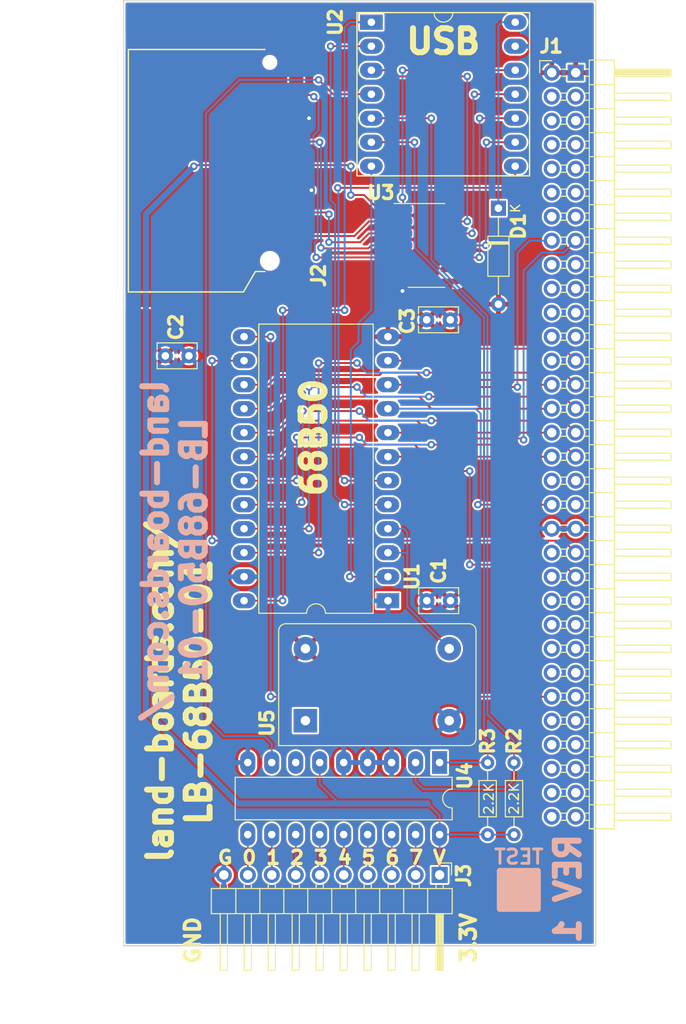
<source format=kicad_pcb>
(kicad_pcb (version 20221018) (generator pcbnew)
  (title_block (title "LB-65C816-01") (date "2022-09-09") (rev "1") (company "land-boards.com"))
  (layers (0 "F.Cu" signal) (31 "B.Cu" signal) (34 "B.Paste" user) (35 "F.Paste" user) (36 "B.SilkS" user "B.Silkscreen") (37 "F.SilkS" user "F.Silkscreen") (38 "B.Mask" user) (39 "F.Mask" user) (44 "Edge.Cuts" user))
  (net 0 "")
  (net 1 "GND")
  (net 2 "/CPUA11")
  (net 3 "/CPUA12")
  (net 4 "/CPUA13")
  (net 5 "/CPUA14")
  (net 6 "/CPUA15")
  (net 7 "/CPUD4")
  (net 8 "/CPUD3")
  (net 9 "/CPUD5")
  (net 10 "/CPUD6")
  (net 11 "/CPUA0")
  (net 12 "/CPUA1")
  (net 13 "/CPUD2")
  (net 14 "/CPUA2")
  (net 15 "/CPUD7")
  (net 16 "/CPUA3")
  (net 17 "/CPUD0")
  (net 18 "/CPUA4")
  (net 19 "/CPUD1")
  (net 20 "/CPUA5")
  (net 21 "/CPUA6")
  (net 22 "/CPUA7")
  (net 23 "/CPUA8")
  (net 24 "/CPUA9")
  (net 25 "/CPUA10")
  (net 26 "/CPUA18")
  (net 27 "/CPUA16")
  (net 28 "/CPUA17")
  (net 29 "/CPUCLK")
  (net 30 "/CPUA22")
  (net 31 "/CPUA23")
  (net 32 "/CPUA20")
  (net 33 "/CPUA21")
  (net 34 "/CPUA19")
  (net 35 "VCC")
  (net 36 "/~{IORQ}")
  (net 37 "/~{CPURESB}")
  (net 38 "/VPA")
  (net 39 "/~{IRQB}")
  (net 50 "/VPB")
  (net 51 "/~{NMIB}")
  (net 52 "/~{ABORT}")
  (net 53 "/VDA")
  (net 54 "/RDY")
  (net 55 "/CPUE")
  (net 56 "/RWB")
  (net 57 "/MLB")
  (net 58 "Net-(U2-Pad14)")
  (net 59 "/~{RAMCS}")
  (net 60 "/~{MEMRD}")
  (net 61 "/~{ROMCS}")
  (net 62 "/CPUMX")
  (net 65 "Net-(J2-Pad2)")
  (net 66 "Net-(J2-Pad1)")
  (net 67 "+3V3")
  (net 68 "Net-(J2-Pad5)")
  (net 69 "Net-(J2-Pad7)")
  (net 76 "/UART_TX")
  (net 77 "/UART_RTS")
  (net 78 "/UART_CTS")
  (net 79 "/QT_SS")
  (net 80 "/QT_SCK")
  (net 81 "/QT_MISO")
  (net 82 "/QT_MOSI")
  (net 83 "/~{IOCS}")
  (net 84 "/UART_RX")
  (net 85 "Net-(U1-Pad3)")
  (net 86 "/SDA")
  (net 87 "/SCL")
  (net 88 "/INT")
  (net 89 "/IO7")
  (net 90 "/IO6")
  (net 91 "/IO5")
  (net 92 "/IO4")
  (net 93 "/IO3")
  (net 94 "/IO2")
  (net 95 "/IO1")
  (net 96 "/IO0")
  (footprint "LandBoards_Conns:PinHeader_2x32_P2.54mm_Horizontal-FLIPPED" (layer "F.Cu") (at 177.35 54.615)
    (fp_text reference "J1")
    (fp_text value "Conn_02x32_Odd_Even")
  )
  (footprint "Package_DIP:DIP-24_W15.24mm_LongPads" (layer "F.Cu") (at 160 110.495 180)
    (fp_text reference "U1")
    (fp_text value "MC68B50_FIXED")
  )
  (footprint "LandBoards_Conns:SD_CARD" (layer "F.Cu") (at 147.4875 59.404 -90)
    (fp_text reference "J2")
    (fp_text value "SD_Card-Connector" hide)
  )
  (footprint "Package_DIP:DIP-18_W7.62mm_LongPads" (layer "F.Cu") (at 165.471 127.62 -90)
    (fp_text reference "U4")
    (fp_text value "MCP23008P")
  )
  (footprint "LandBoards_Marking:TEST_BLK-REAR" (layer "F.Cu") (at 173.863 141.097)
    (fp_text reference "TEST")
    (fp_text value "COUPON" hide)
  )
  (footprint "LandBoards_BoardOutlines:QT_Py" (layer "F.Cu") (at 158.242 49.276)
    (fp_text reference "U2")
    (fp_text value "QT_Py")
  )
  (footprint "Capacitor_THT:C_Rect_L4.0mm_W2.5mm_P2.50mm" (layer "F.Cu") (at 164.124 110.49)
    (fp_text reference "C1")
    (fp_text value "0.1uF")
  )
  (footprint "Package_SO:SOIC-14_3.9x8.7mm_P1.27mm" (layer "F.Cu") (at 164.084 72.898)
    (fp_text reference "U3")
    (fp_text value "TXS0104")
  )
  (footprint "Capacitor_THT:C_Rect_L4.0mm_W2.5mm_P2.50mm" (layer "F.Cu") (at 138.918 84.582 180)
    (fp_text reference "C2")
    (fp_text value "0.1uF")
  )
  (footprint "Diode_THT:D_DO-35_SOD27_P10.16mm_Horizontal" (layer "F.Cu") (at 171.704 68.961 -90)
    (fp_text reference "D1")
    (fp_text value "D_Schottky")
  )
  (footprint "Resistor_THT:R_Axial_DIN0204_L3.6mm_D1.6mm_P7.62mm_Horizontal" (layer "F.Cu") (at 170.561 135.255 90)
    (fp_text reference "R3")
    (fp_text value "2.2K")
  )
  (footprint "Connector_PinHeader_2.54mm:PinHeader_1x10_P2.54mm_Horizontal" (layer "F.Cu") (at 165.476 139.516 -90)
    (fp_text reference "J3")
    (fp_text value "Conn_01x10")
  )
  (footprint "Oscillator:Oscillator_DIP-14_LargePads" (layer "F.Cu") (at 151.257 123.19)
    (fp_text reference "U5")
    (fp_text value "OSC")
  )
  (footprint "Resistor_THT:R_Axial_DIN0204_L3.6mm_D1.6mm_P7.62mm_Horizontal" (layer "F.Cu") (at 173.355 135.255 90)
    (fp_text reference "R2")
    (fp_text value "2.2K")
  )
  (footprint "Capacitor_THT:C_Rect_L4.0mm_W2.5mm_P2.50mm" (layer "F.Cu") (at 166.604 80.772 180)
    (fp_text reference "C3")
    (fp_text value "0.1uF")
  )
  (gr_rect (start 132 47) (end 182 147) (stroke (width 0.15)) (fill none) (layer "Edge.Cuts"))
  (gr_text "land-boards.com/\nLB-68B50-01" (at 137.414 105.156 90) (layer "B.SilkS") (effects (font (size 2.54 2.54) (thickness 0.635)) (justify mirror)))
  (gr_text "REV 1" (at 179.07 140.97 90) (layer "B.SilkS") (effects (font (size 2.54 2.54) (thickness 0.635)) (justify mirror)))
  (gr_text "G 0 1 2 3 4 5 6 7 V" (at 154.051 137.668) (layer "F.SilkS") (effects (font (size 1.397 1.4732) (thickness 0.34925))))
  (gr_text "3.3V" (at 168.529 146.177 90) (layer "F.SilkS") (effects (font (size 1.5875 1.5875) (thickness 0.396875))))
  (gr_text "GND" (at 139.319 146.431 90) (layer "F.SilkS") (effects (font (size 1.5875 1.5875) (thickness 0.396875))))
  (gr_text "68B50" (at 152.146 93.218 90) (layer "F.SilkS") (effects (font (size 2.54 2.54) (thickness 0.635))))
  (gr_text "land-boards.com/\nLB-68B50-01" (at 137.922 120.142 90) (layer "F.SilkS") (effects (font (size 2.54 2.54) (thickness 0.635))))
  (gr_text "USB" (at 165.862 51.308) (layer "F.SilkS") (effects (font (size 2.54 2.54) (thickness 0.635))))
  (segment (start 161.609 76.708) (end 161.609 77.659) (width 0.2032) (layer "F.Cu") (net 1))
  (segment (start 151.74 66.904) (end 151.892 67.056) (width 0.2032) (layer "F.Cu") (net 1))
  (segment (start 151.606 59.404) (end 151.638 59.436) (width 0.2032) (layer "F.Cu") (net 1))
  (segment (start 161.609 77.659) (end 161.544 77.724) (width 0.2032) (layer "F.Cu") (net 1))
  (segment (start 150.2875 59.404) (end 151.606 59.404) (width 0.2032) (layer "F.Cu") (net 1))
  (segment (start 150.2875 66.904) (end 151.74 66.904) (width 0.2032) (layer "F.Cu") (net 1))
  (via (at 151.638 59.436) (size 0.8) (drill 0.4) (layers "F.Cu" "B.Cu") (net 1))
  (via (at 161.544 77.724) (size 0.8) (drill 0.4) (layers "F.Cu" "B.Cu") (net 1))
  (via (at 151.892 67.056) (size 0.8) (drill 0.4) (layers "F.Cu" "B.Cu") (net 1))
  (segment (start 163.449 87.884) (end 173.7175 87.884) (width 0.2032) (layer "F.Cu") (net 2))
  (segment (start 160 87.635) (end 163.2 87.635) (width 0.2032) (layer "F.Cu") (net 2))
  (segment (start 163.2 87.635) (end 163.449 87.884) (width 0.2032) (layer "F.Cu") (net 2))
  (via (at 173.7175 87.884) (size 0.8) (drill 0.4) (layers "F.Cu" "B.Cu") (net 2))
  (segment (start 175.001 72.395) (end 177.35 72.395) (width 0.2032) (layer "B.Cu") (net 2))
  (segment (start 173.7175 73.6785) (end 175.001 72.395) (width 0.2032) (layer "B.Cu") (net 2))
  (segment (start 173.7175 87.884) (end 173.7175 73.6785) (width 0.2032) (layer "B.Cu") (net 2))
  (segment (start 162.814 93.98) (end 149.86 93.98) (width 0.2032) (layer "F.Cu") (net 7))
  (segment (start 149.86 93.98) (end 148.585 95.255) (width 0.2032) (layer "F.Cu") (net 7))
  (segment (start 148.585 95.255) (end 144.76 95.255) (width 0.2032) (layer "F.Cu") (net 7))
  (segment (start 164.089 95.255) (end 162.814 93.98) (width 0.2032) (layer "F.Cu") (net 7))
  (segment (start 177.35 95.255) (end 164.089 95.255) (width 0.2032) (layer "F.Cu") (net 7))
  (segment (start 178.615 93.98) (end 176.276 93.98) (width 0.2032) (layer "F.Cu") (net 8))
  (segment (start 171.069 93.98) (end 164.592 93.98) (width 0.2032) (layer "F.Cu") (net 8))
  (segment (start 175.514 94.742) (end 171.831 94.742) (width 0.2032) (layer "F.Cu") (net 8))
  (segment (start 156.972 93.218) (end 150.331 93.218) (width 0.2032) (layer "F.Cu") (net 8))
  (segment (start 150.331 97.79) (end 150.326 97.795) (width 0.2032) (layer "F.Cu") (net 8))
  (segment (start 150.326 97.795) (end 144.76 97.795) (width 0.2032) (layer "F.Cu") (net 8))
  (segment (start 176.276 93.98) (end 175.514 94.742) (width 0.2032) (layer "F.Cu") (net 8))
  (segment (start 171.831 94.742) (end 171.069 93.98) (width 0.2032) (layer "F.Cu") (net 8))
  (segment (start 179.89 95.255) (end 178.615 93.98) (width 0.2032) (layer "F.Cu") (net 8))
  (via (at 150.331 93.218) (size 0.8) (drill 0.4) (layers "F.Cu" "B.Cu") (net 8))
  (via (at 156.972 93.218) (size 0.8) (drill 0.4) (layers "F.Cu" "B.Cu") (net 8))
  (via (at 150.331 97.79) (size 0.8) (drill 0.4) (layers "F.Cu" "B.Cu") (net 8))
  (via (at 164.592 93.98) (size 0.8) (drill 0.4) (layers "F.Cu" "B.Cu") (net 8))
  (segment (start 150.331 93.218) (end 150.331 97.79) (width 0.2032) (layer "B.Cu") (net 8))
  (segment (start 157.734 93.98) (end 156.972 93.218) (width 0.2032) (layer "B.Cu") (net 8))
  (segment (start 164.592 93.98) (end 157.734 93.98) (width 0.2032) (layer "B.Cu") (net 8))
  (segment (start 144.76 92.715) (end 148.077 92.715) (width 0.2032) (layer "F.Cu") (net 9))
  (segment (start 163.068 91.44) (end 164.343 92.715) (width 0.2032) (layer "F.Cu") (net 9))
  (segment (start 164.343 92.715) (end 177.35 92.715) (width 0.2032) (layer "F.Cu") (net 9))
  (segment (start 148.077 92.715) (end 149.352 91.44) (width 0.2032) (layer "F.Cu") (net 9))
  (segment (start 149.352 91.44) (end 163.068 91.44) (width 0.2032) (layer "F.Cu") (net 9))
  (segment (start 163.322 88.9) (end 148.844 88.9) (width 0.2032) (layer "F.Cu") (net 10))
  (segment (start 177.35 90.175) (end 164.597 90.175) (width 0.2032) (layer "F.Cu") (net 10))
  (segment (start 147.569 90.175) (end 144.76 90.175) (width 0.2032) (layer "F.Cu") (net 10))
  (segment (start 164.597 90.175) (end 163.322 88.9) (width 0.2032) (layer "F.Cu") (net 10))
  (segment (start 148.844 88.9) (end 147.569 90.175) (width 0.2032) (layer "F.Cu") (net 10))
  (segment (start 160 85.095) (end 162.809 85.095) (width 0.2032) (layer "F.Cu") (net 11))
  (segment (start 164.084 83.82) (end 178.615 83.82) (width 0.2032) (layer "F.Cu") (net 11))
  (segment (start 162.809 85.095) (end 164.084 83.82) (width 0.2032) (layer "F.Cu") (net 11))
  (segment (start 178.615 83.82) (end 179.89 85.095) (width 0.2032) (layer "F.Cu") (net 11))
  (segment (start 179.89 92.715) (end 178.615 91.44) (width 0.2032) (layer "F.Cu") (net 13))
  (segment (start 178.615 91.44) (end 164.592 91.44) (width 0.2032) (layer "F.Cu") (net 13))
  (segment (start 150.617 100.335) (end 144.76 100.335) (width 0.2032) (layer "F.Cu") (net 13))
  (segment (start 156.972 90.424) (end 150.9845 90.424) (width 0.2032) (layer "F.Cu") (net 13))
  (segment (start 150.876 100.076) (end 150.617 100.335) (width 0.2032) (layer "F.Cu") (net 13))
  (via (at 150.9845 90.424) (size 0.8) (drill 0.4) (layers "F.Cu" "B.Cu") (net 13))
  (via (at 156.972 90.424) (size 0.8) (drill 0.4) (layers "F.Cu" "B.Cu") (net 13))
  (via (at 150.876 100.076) (size 0.8) (drill 0.4) (layers "F.Cu" "B.Cu") (net 13))
  (via (at 164.592 91.44) (size 0.8) (drill 0.4) (layers "F.Cu" "B.Cu") (net 13))
  (segment (start 150.9845 99.9675) (end 150.876 100.076) (width 0.2032) (layer "B.Cu") (net 13))
  (segment (start 157.988 91.44) (end 156.972 90.424) (width 0.2032) (layer "B.Cu") (net 13))
  (segment (start 150.9845 90.424) (end 150.9845 99.9675) (width 0.2032) (layer "B.Cu") (net 13))
  (segment (start 164.592 91.44) (end 157.988 91.44) (width 0.2032) (layer "B.Cu") (net 13))
  (segment (start 159.385098 86.36) (end 159.131098 86.614) (width 0.2032) (layer "F.Cu") (net 15))
  (segment (start 163.068 86.36) (end 159.385098 86.36) (width 0.2032) (layer "F.Cu") (net 15))
  (segment (start 159.131098 86.614) (end 148.336 86.614) (width 0.2032) (layer "F.Cu") (net 15))
  (segment (start 148.336 86.614) (end 147.315 87.635) (width 0.2032) (layer "F.Cu") (net 15))
  (segment (start 177.35 87.635) (end 175.392 87.635) (width 0.2032) (layer "F.Cu") (net 15))
  (segment (start 147.315 87.635) (end 144.76 87.635) (width 0.2032) (layer "F.Cu") (net 15))
  (segment (start 174.879 87.122) (end 175.392 87.635) (width 0.2032) (layer "F.Cu") (net 15))
  (segment (start 163.83 87.122) (end 163.068 86.36) (width 0.2032) (layer "F.Cu") (net 15))
  (segment (start 163.83 87.122) (end 174.879 87.122) (width 0.2032) (layer "F.Cu") (net 15))
  (segment (start 178.615 86.36) (end 164.084 86.36) (width 0.2032) (layer "F.Cu") (net 17))
  (segment (start 144.76 105.415) (end 152.649 105.415) (width 0.2032) (layer "F.Cu") (net 17))
  (segment (start 179.89 87.635) (end 178.615 86.36) (width 0.2032) (layer "F.Cu") (net 17))
  (segment (start 156.718 85.344) (end 152.654 85.344) (width 0.2032) (layer "F.Cu") (net 17))
  (segment (start 152.649 105.415) (end 152.654 105.41) (width 0.2032) (layer "F.Cu") (net 17))
  (via (at 156.718 85.344) (size 0.8) (drill 0.4) (layers "F.Cu" "B.Cu") (net 17))
  (via (at 152.654 105.41) (size 0.8) (drill 0.4) (layers "F.Cu" "B.Cu") (net 17))
  (via (at 164.084 86.36) (size 0.8) (drill 0.4) (layers "F.Cu" "B.Cu") (net 17))
  (via (at 152.654 85.344) (size 0.8) (drill 0.4) (layers "F.Cu" "B.Cu") (net 17))
  (segment (start 157.734 86.36) (end 156.718 85.344) (width 0.2032) (layer "B.Cu") (net 17))
  (segment (start 152.654 85.344) (end 152.654 105.41) (width 0.2032) (layer "B.Cu") (net 17))
  (segment (start 164.084 86.36) (end 157.734 86.36) (width 0.2032) (layer "B.Cu") (net 17))
  (segment (start 179.89 90.175) (end 178.615 88.9) (width 0.2032) (layer "F.Cu") (net 19))
  (segment (start 178.615 88.9) (end 164.338 88.9) (width 0.2032) (layer "F.Cu") (net 19))
  (segment (start 151.633 102.875) (end 151.638 102.87) (width 0.2032) (layer "F.Cu") (net 19))
  (segment (start 144.76 102.875) (end 151.633 102.875) (width 0.2032) (layer "F.Cu") (net 19))
  (segment (start 156.718 87.884) (end 151.638 87.884) (width 0.2032) (layer "F.Cu") (net 19))
  (via (at 151.638 87.884) (size 0.8) (drill 0.4) (layers "F.Cu" "B.Cu") (net 19))
  (via (at 164.338 88.9) (size 0.8) (drill 0.4) (layers "F.Cu" "B.Cu") (net 19))
  (via (at 151.638 102.87) (size 0.8) (drill 0.4) (layers "F.Cu" "B.Cu") (net 19))
  (via (at 156.718 87.884) (size 0.8) (drill 0.4) (layers "F.Cu" "B.Cu") (net 19))
  (segment (start 157.734 88.9) (end 156.718 87.884) (width 0.2032) (layer "B.Cu") (net 19))
  (segment (start 151.638 87.884) (end 151.638 102.87) (width 0.2032) (layer "B.Cu") (net 19))
  (segment (start 164.338 88.9) (end 157.734 88.9) (width 0.2032) (layer "B.Cu") (net 19))
  (segment (start 163.430489 93.326489) (end 174.225489 93.326489) (width 0.2032) (layer "F.Cu") (net 25))
  (segment (start 162.819 92.715) (end 163.430489 93.326489) (width 0.2032) (layer "F.Cu") (net 25))
  (segment (start 174.225489 93.326489) (end 174.371 93.472) (width 0.2032) (layer "F.Cu") (net 25))
  (segment (start 160 92.715) (end 162.819 92.715) (width 0.2032) (layer "F.Cu") (net 25))
  (via (at 174.371 93.472) (size 0.8) (drill 0.4) (layers "F.Cu" "B.Cu") (net 25))
  (segment (start 174.371 75.565) (end 176.276 73.66) (width 0.2032) (layer "B.Cu") (net 25))
  (segment (start 178.625 73.66) (end 179.89 72.395) (width 0.2032) (layer "B.Cu") (net 25))
  (segment (start 176.276 73.66) (end 178.625 73.66) (width 0.2032) (layer "B.Cu") (net 25))
  (segment (start 174.371 93.472) (end 174.371 75.565) (width 0.2032) (layer "B.Cu") (net 25))
  (segment (start 141.3745 85.095) (end 144.76 85.095) (width 0.2032) (layer "F.Cu") (net 29))
  (segment (start 178.615 104.14) (end 179.89 105.415) (width 0.2032) (layer "F.Cu") (net 29))
  (segment (start 178.615 104.14) (end 141.3695 104.14) (width 0.2032) (layer "F.Cu") (net 29))
  (segment (start 141.3695 85.09) (end 141.3745 85.095) (width 0.2032) (layer "F.Cu") (net 29))
  (via (at 141.3695 104.14) (size 0.8) (drill 0.4) (layers "F.Cu" "B.Cu") (net 29))
  (via (at 141.3695 85.09) (size 0.8) (drill 0.4) (layers "F.Cu" "B.Cu") (net 29))
  (segment (start 141.3695 104.14) (end 141.3695 85.09) (width 0.2032) (layer "B.Cu") (net 29))
  (segment (start 178.615 106.68) (end 179.89 107.955) (width 0.2032) (layer "F.Cu") (net 39))
  (segment (start 161.549 95.255) (end 163.068 96.774) (width 0.2032) (layer "F.Cu") (net 39))
  (segment (start 160 95.255) (end 161.549 95.255) (width 0.2032) (layer "F.Cu") (net 39))
  (segment (start 178.615 106.68) (end 168.656 106.68) (width 0.2032) (layer "F.Cu") (net 39))
  (segment (start 163.068 96.774) (end 168.656 96.774) (width 0.2032) (layer "F.Cu") (net 39))
  (via (at 168.656 106.68) (size 0.8) (drill 0.4) (layers "F.Cu" "B.Cu") (net 39))
  (via (at 168.656 96.774) (size 0.8) (drill 0.4) (layers "F.Cu" "B.Cu") (net 39))
  (segment (start 168.656 106.68) (end 168.656 96.774) (width 0.2032) (layer "B.Cu") (net 39))
  (segment (start 147.574 82.55) (end 147.569 82.555) (width 0.2032) (layer "F.Cu") (net 56))
  (segment (start 177.35 120.655) (end 147.579 120.655) (width 0.2032) (layer "F.Cu") (net 56))
  (segment (start 147.579 120.655) (end 147.574 120.65) (width 0.2032) (layer "F.Cu") (net 56))
  (segment (start 147.569 82.555) (end 144.76 82.555) (width 0.2032) (layer "F.Cu") (net 56))
  (via (at 147.574 120.65) (size 0.8) (drill 0.4) (layers "F.Cu" "B.Cu") (net 56))
  (via (at 147.574 82.55) (size 0.8) (drill 0.4) (layers "F.Cu" "B.Cu") (net 56))
  (segment (start 147.574 120.65) (end 147.574 82.55) (width 0.2032) (layer "B.Cu") (net 56))
  (segment (start 171.704 49.657) (end 172.085 49.276) (width 0.2032) (layer "B.Cu") (net 58))
  (segment (start 171.704 68.961) (end 171.704 49.657) (width 0.2032) (layer "B.Cu") (net 58))
  (segment (start 172.085 49.276) (end 173.482 49.276) (width 0.2032) (layer "B.Cu") (net 58))
  (segment (start 153.556858 69.404) (end 153.748858 69.596) (width 0.2032) (layer "F.Cu") (net 65))
  (segment (start 150.2875 69.404) (end 153.556858 69.404) (width 0.2032) (layer "F.Cu") (net 65))
  (segment (start 157.988 71.628) (end 161.609 71.628) (width 0.2032) (layer "F.Cu") (net 65))
  (segment (start 153.748858 72.5575) (end 157.0585 72.5575) (width 0.2032) (layer "F.Cu") (net 65))
  (segment (start 157.0585 72.5575) (end 157.988 71.628) (width 0.2032) (layer "F.Cu") (net 65))
  (via (at 153.748858 72.5575) (size 0.8) (drill 0.4) (layers "F.Cu" "B.Cu") (net 65))
  (via (at 153.748858 69.596) (size 0.8) (drill 0.4) (layers "F.Cu" "B.Cu") (net 65))
  (segment (start 153.748858 69.596) (end 153.748858 72.5575) (width 0.2032) (layer "B.Cu") (net 65))
  (segment (start 150.2875 71.904) (end 156.442 71.904) (width 0.2032) (layer "F.Cu") (net 66))
  (segment (start 156.442 71.904) (end 157.988 70.358) (width 0.2032) (layer "F.Cu") (net 66))
  (segment (start 157.988 70.358) (end 161.609 70.358) (width 0.2032) (layer "F.Cu") (net 66))
  (segment (start 161.609 69.088) (end 161.609 67.883) (width 0.2032) (layer "F.Cu") (net 67))
  (segment (start 139.446 64.516) (end 139.558 64.404) (width 0.2032) (layer "F.Cu") (net 67))
  (segment (start 156.064489 67.564) (end 157.48 67.564) (width 0.2032) (layer "F.Cu") (net 67))
  (segment (start 157.48 67.564) (end 159.004 69.088) (width 0.2032) (layer "F.Cu") (net 67))
  (segment (start 159.004 69.088) (end 161.609 69.088) (width 0.2032) (layer "F.Cu") (net 67))
  (segment (start 161.544 54.356) (end 173.482 54.356) (width 0.2032) (layer "F.Cu") (net 67))
  (segment (start 161.609 67.883) (end 161.544 67.818) (width 0.2032) (layer "F.Cu") (net 67))
  (segment (start 150.2875 64.404) (end 155.952489 64.404) (width 0.2032) (layer "F.Cu") (net 67))
  (segment (start 139.558 64.404) (end 150.2875 64.404) (width 0.2032) (layer "F.Cu") (net 67))
  (segment (start 155.952489 64.404) (end 156.064489 64.516) (width 0.2032) (layer "F.Cu") (net 67))
  (via (at 156.064489 64.516) (size 0.8) (drill 0.4) (layers "F.Cu" "B.Cu") (net 67))
  (via (at 156.064489 67.564) (size 0.8) (drill 0.4) (layers "F.Cu" "B.Cu") (net 67))
  (via (at 139.446 64.516) (size 0.8) (drill 0.4) (layers "F.Cu" "B.Cu") (net 67))
  (via (at 161.544 54.356) (size 0.8) (drill 0.4) (layers "F.Cu" "B.Cu") (net 67))
  (via (at 161.544 67.818) (size 0.8) (drill 0.4) (layers "F.Cu" "B.Cu") (net 67))
  (segment (start 154.813 131.953) (end 164.211 131.953) (width 0.635) (layer "B.Cu") (net 67))
  (segment (start 165.471 135.24) (end 170.546 135.24) (width 0.2032) (layer "B.Cu") (net 67))
  (segment (start 156.064489 64.516) (end 156.064489 67.564) (width 0.2032) (layer "B.Cu") (net 67))
  (segment (start 164.211 131.953) (end 165.471 133.213) (width 0.2032) (layer "B.Cu") (net 67))
  (segment (start 165.476 139.516) (end 165.476 135.245) (width 0.2032) (layer "B.Cu") (net 67))
  (segment (start 173.355 135.255) (end 170.561 135.255) (width 0.2032) (layer "B.Cu") (net 67))
  (segment (start 152.771 129.911) (end 154.813 131.953) (width 0.2032) (layer "B.Cu") (net 67))
  (segment (start 134.366 69.596) (end 134.366 122.174) (width 0.635) (layer "B.Cu") (net 67))
  (segment (start 154.813 131.953) (end 144.272 131.953) (width 0.635) (layer "B.Cu") (net 67))
  (segment (start 152.771 127.62) (end 152.771 129.911) (width 0.2032) (layer "B.Cu") (net 67))
  (segment (start 161.544 67.818) (end 161.544 54.356) (width 0.2032) (layer "B.Cu") (net 67))
  (segment (start 165.471 133.213) (end 165.471 135.24) (width 0.2032) (layer "B.Cu") (net 67))
  (segment (start 134.366 122.174) (end 144.145 131.953) (width 0.635) (layer "B.Cu") (net 67))
  (segment (start 139.446 64.516) (end 134.366 69.596) (width 0.635) (layer "B.Cu") (net 67))
  (segment (start 161.609 72.898) (end 158.242 72.898) (width 0.2032) (layer "F.Cu") (net 68))
  (segment (start 152.6905 61.904) (end 150.2875 61.904) (width 0.2032) (layer "F.Cu") (net 68))
  (segment (start 152.7625 61.976) (end 152.6905 61.904) (width 0.2032) (layer "F.Cu") (net 68))
  (segment (start 158.242 72.898) (end 157.928989 73.211011) (width 0.2032) (layer "F.Cu") (net 68))
  (segment (start 152.967011 73.211011) (end 152.908 73.152) (width 0.2032) (layer "F.Cu") (net 68))
  (segment (start 157.928989 73.211011) (end 152.967011 73.211011) (width 0.2032) (layer "F.Cu") (net 68))
  (via (at 152.7625 61.976) (size 0.8) (drill 0.4) (layers "F.Cu" "B.Cu") (net 68))
  (via (at 152.908 73.152) (size 0.8) (drill 0.4) (layers "F.Cu" "B.Cu") (net 68))
  (segment (start 152.908 73.152) (end 152.908 62.1215) (width 0.2032) (layer "B.Cu") (net 68))
  (segment (start 152.908 62.1215) (end 152.7625 61.976) (width 0.2032) (layer "B.Cu") (net 68))
  (segment (start 151.98 56.984) (end 152.146 57.15) (width 0.2032) (layer "F.Cu") (net 69))
  (segment (start 150.2875 56.984) (end 151.98 56.984) (width 0.2032) (layer "F.Cu") (net 69))
  (segment (start 161.609 74.168) (end 152.4 74.168) (width 0.2032) (layer "F.Cu") (net 69))
  (via (at 152.146 57.15) (size 0.8) (drill 0.4) (layers "F.Cu" "B.Cu") (net 69))
  (via (at 152.4 74.168) (size 0.8) (drill 0.4) (layers "F.Cu" "B.Cu") (net 69))
  (segment (start 152.108989 61.251011) (end 152.654 60.706) (width 0.2032) (layer "B.Cu") (net 69))
  (segment (start 152.654 60.706) (end 152.654 57.658) (width 0.2032) (layer "B.Cu") (net 69))
  (segment (start 152.108989 62.246694) (end 152.108989 61.251011) (width 0.2032) (layer "B.Cu") (net 69))
  (segment (start 152.4 74.168) (end 152.254489 74.022489) (width 0.2032) (layer "B.Cu") (net 69))
  (segment (start 152.55288 62.690586) (end 152.108989 62.246694) (width 0.2032) (layer "B.Cu") (net 69))
  (segment (start 152.55288 72.23712) (end 152.55288 62.690586) (width 0.2032) (layer "B.Cu") (net 69))
  (segment (start 152.254489 74.022489) (end 152.254489 72.535511) (width 0.2032) (layer "B.Cu") (net 69))
  (segment (start 152.654 57.658) (end 152.146 57.15) (width 0.2032) (layer "B.Cu") (net 69))
  (segment (start 152.254489 72.535511) (end 152.55288 72.23712) (width 0.2032) (layer "B.Cu") (net 69))
  (segment (start 173.482 65.786) (end 173.482 64.516) (width 0.2032) (layer "F.Cu") (net 76))
  (segment (start 160 97.795) (end 155.415989 97.795) (width 0.2032) (layer "F.Cu") (net 76))
  (segment (start 155.415989 97.795) (end 155.410989 97.79) (width 0.2032) (layer "F.Cu") (net 76))
  (segment (start 154.686 66.802) (end 172.466 66.802) (width 0.2032) (layer "F.Cu") (net 76))
  (segment (start 172.466 66.802) (end 173.482 65.786) (width 0.2032) (layer "F.Cu") (net 76))
  (via (at 155.410989 97.79) (size 0.8) (drill 0.4) (layers "F.Cu" "B.Cu") (net 76))
  (via (at 154.686 66.802) (size 0.8) (drill 0.4) (layers "F.Cu" "B.Cu") (net 76))
  (segment (start 154.757478 66.873478) (end 154.686 66.802) (width 0.2032) (layer "B.Cu") (net 76))
  (segment (start 154.757478 97.136489) (end 154.757478 66.873478) (width 0.2032) (layer "B.Cu") (net 76))
  (segment (start 155.410989 97.79) (end 154.757478 97.136489) (width 0.2032) (layer "B.Cu") (net 76))
  (segment (start 155.415989 100.335) (end 155.410989 100.33) (width 0.2032) (layer "F.Cu") (net 77))
  (segment (start 158.242 51.816) (end 153.924 51.816) (width 0.2032) (layer "F.Cu") (net 77))
  (segment (start 160 100.335) (end 155.415989 100.335) (width 0.2032) (layer "F.Cu") (net 77))
  (via (at 153.924 51.816) (size 0.8) (drill 0.4) (layers "F.Cu" "B.Cu") (net 77))
  (via (at 155.410989 100.33) (size 0.8) (drill 0.4) (layers "F.Cu" "B.Cu") (net 77))
  (segment (start 153.924 68.131284) (end 153.924 51.816) (width 0.2032) (layer "B.Cu") (net 77))
  (segment (start 154.402358 68.609642) (end 154.402358 99.321369) (width 0.2032) (layer "B.Cu") (net 77))
  (segment (start 153.924 68.131284) (end 154.402358 68.609642) (width 0.2032) (layer "B.Cu") (net 77))
  (segment (start 154.402358 99.321369) (end 155.410989 100.33) (width 0.2032) (layer "B.Cu") (net 77))
  (segment (start 148.839 110.495) (end 148.844 110.49) (width 0.2032) (layer "F.Cu") (net 78))
  (segment (start 144.76 110.495) (end 148.839 110.495) (width 0.2032) (layer "F.Cu") (net 78))
  (segment (start 148.844 79.756) (end 155.410989 79.756) (width 0.2032) (layer "F.Cu") (net 78))
  (via (at 155.410989 79.756) (size 0.8) (drill 0.4) (layers "F.Cu" "B.Cu") (net 78))
  (via (at 148.844 79.756) (size 0.8) (drill 0.4) (layers "F.Cu" "B.Cu") (net 78))
  (via (at 148.844 110.49) (size 0.8) (drill 0.4) (layers "F.Cu" "B.Cu") (net 78))
  (segment (start 148.844 110.49) (end 148.881011 110.452989) (width 0.2032) (layer "B.Cu") (net 78))
  (segment (start 155.956 49.276) (end 158.242 49.276) (width 0.2032) (layer "B.Cu") (net 78))
  (segment (start 148.881011 79.793011) (end 148.844 79.756) (width 0.2032) (layer "B.Cu") (net 78))
  (segment (start 155.410989 49.821011) (end 155.956 49.276) (width 0.2032) (layer "B.Cu") (net 78))
  (segment (start 148.881011 110.452989) (end 148.881011 79.793011) (width 0.2032) (layer "B.Cu") (net 78))
  (segment (start 155.410989 79.756) (end 155.410989 49.821011) (width 0.2032) (layer "B.Cu") (net 78))
  (segment (start 168.402 55.0095) (end 160.9275 55.0095) (width 0.2032) (layer "F.Cu") (net 79))
  (segment (start 166.559 70.358) (end 168.402 70.358) (width 0.2032) (layer "F.Cu") (net 79))
  (segment (start 160.9275 55.0095) (end 160.274 54.356) (width 0.2032) (layer "F.Cu") (net 79))
  (segment (start 160.274 54.356) (end 158.242 54.356) (width 0.2032) (layer "F.Cu") (net 79))
  (via (at 168.402 55.0095) (size 0.8) (drill 0.4) (layers "F.Cu" "B.Cu") (net 79))
  (via (at 168.402 70.358) (size 0.8) (drill 0.4) (layers "F.Cu" "B.Cu") (net 79))
  (segment (start 168.402 70.358) (end 168.402 55.0095) (width 0.2032) (layer "B.Cu") (net 79))
  (segment (start 166.559 72.898) (end 170.362511 72.898) (width 0.2032) (layer "F.Cu") (net 80))
  (segment (start 170.434 61.976) (end 173.482 61.976) (width 0.2032) (layer "F.Cu") (net 80))
  (via (at 170.362511 72.898) (size 0.8) (drill 0.4) (layers "F.Cu" "B.Cu") (net 80))
  (via (at 170.434 61.976) (size 0.8) (drill 0.4) (layers "F.Cu" "B.Cu") (net 80))
  (segment (start 170.362511 62.047489) (end 170.434 61.976) (width 0.2032) (layer "B.Cu") (net 80))
  (segment (start 170.362511 72.898) (end 170.362511 62.047489) (width 0.2032) (layer "B.Cu") (net 80))
  (segment (start 169.672 74.168) (end 166.559 74.168) (width 0.2032) (layer "F.Cu") (net 81))
  (segment (start 173.482 59.436) (end 169.709011 59.436) (width 0.2032) (layer "F.Cu") (net 81))
  (via (at 169.709011 59.436) (size 0.8) (drill 0.4) (layers "F.Cu" "B.Cu") (net 81))
  (via (at 169.672 74.168) (size 0.8) (drill 0.4) (layers "F.Cu" "B.Cu") (net 81))
  (segment (start 169.709011 74.130989) (end 169.672 74.168) (width 0.2032) (layer "B.Cu") (net 81))
  (segment (start 169.709011 59.436) (end 169.709011 74.130989) (width 0.2032) (layer "B.Cu") (net 81))
  (segment (start 166.559 71.628) (end 168.91 71.628) (width 0.2032) (layer "F.Cu") (net 82))
  (segment (start 169.164 56.896) (end 173.482 56.896) (width 0.2032) (layer "F.Cu") (net 82))
  (via (at 169.164 56.896) (size 0.8) (drill 0.4) (layers "F.Cu" "B.Cu") (net 82))
  (via (at 168.91 71.628) (size 0.8) (drill 0.4) (layers "F.Cu" "B.Cu") (net 82))
  (segment (start 168.91 71.628) (end 169.055511 71.482489) (width 0.2032) (layer "B.Cu") (net 82))
  (segment (start 169.055511 71.482489) (end 169.055511 57.004489) (width 0.2032) (layer "B.Cu") (net 82))
  (segment (start 169.055511 57.004489) (end 169.164 56.896) (width 0.2032) (layer "B.Cu") (net 82))
  (segment (start 169.5315 100.335) (end 169.5265 100.33) (width 0.2032) (layer "F.Cu") (net 83))
  (segment (start 177.35 100.335) (end 169.5315 100.335) (width 0.2032) (layer "F.Cu") (net 83))
  (via (at 169.5265 100.33) (size 0.8) (drill 0.4) (layers "F.Cu" "B.Cu") (net 83))
  (segment (start 169.82488 100.03162) (end 169.82488 90.70388) (width 0.2032) (layer "B.Cu") (net 83))
  (segment (start 169.286 90.175) (end 160 90.175) (width 0.2032) (layer "B.Cu") (net 83))
  (segment (start 169.82488 90.70388) (end 169.291 90.17) (width 0.2032) (layer "B.Cu") (net 83))
  (segment (start 169.291 90.17) (end 169.286 90.175) (width 0.2032) (layer "B.Cu") (net 83))
  (segment (start 169.5265 100.33) (end 169.82488 100.03162) (width 0.2032) (layer "B.Cu") (net 83))
  (segment (start 160 107.955) (end 155.961 107.955) (width 0.2032) (layer "F.Cu") (net 84))
  (segment (start 155.961 107.955) (end 155.956 107.95) (width 0.2032) (layer "F.Cu") (net 84))
  (via (at 155.956 107.95) (size 0.8) (drill 0.4) (layers "F.Cu" "B.Cu") (net 84))
  (segment (start 156.889989 81.108011) (end 156.889989 83.102989) (width 0.2032) (layer "B.Cu") (net 84))
  (segment (start 158.242 79.756) (end 156.889989 81.108011) (width 0.2032) (layer "B.Cu") (net 84))
  (segment (start 156.064489 83.928489) (end 156.064489 107.841511) (width 0.2032) (layer "B.Cu") (net 84))
  (segment (start 156.064489 107.841511) (end 155.956 107.95) (width 0.2032) (layer "B.Cu") (net 84))
  (segment (start 156.889989 83.102989) (end 156.064489 83.928489) (width 0.2032) (layer "B.Cu") (net 84))
  (segment (start 158.242 64.516) (end 158.242 79.756) (width 0.2032) (layer "B.Cu") (net 84))
  (segment (start 162.047 105.415) (end 162.047 111.12) (width 0.2032) (layer "B.Cu") (net 85))
  (segment (start 160 102.875) (end 161.666 102.875) (width 0.2032) (layer "B.Cu") (net 85))
  (segment (start 162.047 105.415) (end 160 105.415) (width 0.2032) (layer "B.Cu") (net 85))
  (segment (start 162.047 111.12) (end 166.497 115.57) (width 0.2032) (layer "B.Cu") (net 85))
  (segment (start 162.047 105.415) (end 162.047 103.256) (width 0.2032) (layer "B.Cu") (net 85))
  (segment (start 161.666 102.875) (end 162.047 103.256) (width 0.2032) (layer "B.Cu") (net 85))
  (segment (start 158.242 59.436) (end 164.592 59.436) (width 0.2032) (layer "F.Cu") (net 86))
  (via (at 164.592 59.436) (size 0.8) (drill 0.4) (layers "F.Cu" "B.Cu") (net 86))
  (segment (start 162.931 127.62) (end 162.931 129.657) (width 0.2032) (layer "B.Cu") (net 86))
  (segment (start 173.355 125.349) (end 173.355 127.635) (width 0.2032) (layer "B.Cu") (net 86))
  (segment (start 162.931 129.657) (end 163.703 130.429) (width 0.2032) (layer "B.Cu") (net 86))
  (segment (start 170.53512 80.422664) (end 170.53512 122.52912) (width 0.2032) (layer "B.Cu") (net 86))
  (segment (start 172.339 130.429) (end 173.355 129.413) (width 0.2032) (layer "B.Cu") (net 86))
  (segment (start 170.53512 122.52912) (end 173.355 125.349) (width 0.2032) (layer "B.Cu") (net 86))
  (segment (start 163.703 130.429) (end 172.339 130.429) (width 0.2032) (layer "B.Cu") (net 86))
  (segment (start 170.561 80.396784) (end 170.53512 80.422664) (width 0.2032) (layer "B.Cu") (net 86))
  (segment (start 164.592 74.427784) (end 170.561 80.396784) (width 0.2032) (layer "B.Cu") (net 86))
  (segment (start 173.355 129.413) (end 173.355 127.635) (width 0.2032) (layer "B.Cu") (net 86))
  (segment (start 164.592 59.436) (end 164.592 74.427784) (width 0.2032) (layer "B.Cu") (net 86))
  (segment (start 162.814 61.976) (end 158.242 61.976) (width 0.2032) (layer "F.Cu") (net 87))
  (via (at 162.814 61.976) (size 0.8) (drill 0.4) (layers "F.Cu" "B.Cu") (net 87))
  (segment (start 170.561 125.349) (end 170.561 127.635) (width 0.2032) (layer "B.Cu") (net 87))
  (segment (start 162.814 73.152) (end 162.814 61.976) (width 0.2032) (layer "B.Cu") (net 87))
  (segment (start 162.814 73.152) (end 170.18 80.518) (width 0.2032) (layer "B.Cu") (net 87))
  (segment (start 165.471 127.62) (end 170.546 127.62) (width 0.2032) (layer "B.Cu") (net 87))
  (segment (start 170.18 124.968) (end 170.18 80.518) (width 0.2032) (layer "B.Cu") (net 87))
  (segment (start 170.18 124.968) (end 170.561 125.349) (width 0.2032) (layer "B.Cu") (net 87))
  (segment (start 152.654 55.372) (end 154.178 56.896) (width 0.2032) (layer "F.Cu") (net 88))
  (segment (start 154.178 56.896) (end 158.242 56.896) (width 0.2032) (layer "F.Cu") (net 88))
  (via (at 152.654 55.372) (size 0.8) (drill 0.4) (layers "F.Cu" "B.Cu") (net 88))
  (segment (start 146.919 124.841) (end 147.691 125.613) (width 0.2032) (layer "B.Cu") (net 88))
  (segment (start 140.716 122.936) (end 142.621 124.841) (width 0.2032) (layer "B.Cu") (net 88))
  (segment (start 147.691 127.62) (end 147.691 125.613) (width 0.2032) (layer "B.Cu") (net 88))
  (segment (start 140.716 58.928) (end 144.272 55.372) (width 0.2032) (layer "B.Cu") (net 88))
  (segment (start 140.716 122.936) (end 140.716 58.928) (width 0.2032) (layer "B.Cu") (net 88))
  (segment (start 144.272 55.372) (end 152.654 55.372) (width 0.2032) (layer "B.Cu") (net 88))
  (segment (start 146.919 124.841) (end 142.621 124.841) (width 0.2032) (layer "B.Cu") (net 88))
  (segment (start 162.936 139.516) (end 162.936 135.245) (width 0.2032) (layer "B.Cu") (net 89))
  (segment (start 160.396 139.516) (end 160.396 135.245) (width 0.2032) (layer "B.Cu") (net 90))
  (segment (start 157.856 139.516) (end 157.856 135.245) (width 0.2032) (layer "B.Cu") (net 91))
  (segment (start 155.316 139.516) (end 155.316 135.245) (width 0.2032) (layer "B.Cu") (net 92))
  (segment (start 152.776 139.516) (end 152.776 135.245) (width 0.2032) (layer "B.Cu") (net 93))
  (segment (start 150.236 139.516) (end 150.236 135.245) (width 0.2032) (layer "B.Cu") (net 94))
  (segment (start 147.696 139.516) (end 147.696 135.245) (width 0.2032) (layer "B.Cu") (net 95))
  (segment (start 145.156 139.516) (end 145.156 135.245) (width 0.2032) (layer "B.Cu") (net 96))
  (zone (net 35) (net_name "VCC") (layer "F.Cu") (connect_pads (clearance 0.2032)) (min_thickness 0.254) (fill yes (thermal_gap 0.508) (thermal_bridge_width 0.508))
    (polygon (pts (xy 182.245 147.11) (xy 132.08 147.11) (xy 132.08 46.99) (xy 182.245 46.99)))
  )
  (zone (net 1) (net_name "GND") (layer "B.Cu") (connect_pads (clearance 0.2032)) (min_thickness 0.254) (fill yes (thermal_gap 0.508) (thermal_bridge_width 0.508))
    (polygon (pts (xy 182.245 147.11) (xy 132.08 147.11) (xy 132.08 46.99) (xy 182.245 46.99)))
  )
)
</source>
